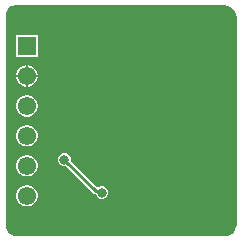
<source format=gbr>
%FSTAX23Y23*%
%MOIN*%
%SFA1B1*%

%IPPOS*%
%ADD14C,0.010000*%
%ADD16R,0.061024X0.061024*%
%ADD17C,0.061024*%
%ADD18C,0.023622*%
%ADD19C,0.031496*%
%LNpcb1_copper_signal_bot-1*%
%LPD*%
G36*
X00355Y00384D02*
X00363Y0038D01*
X0037Y00376*
X00376Y0037*
X0038Y00363*
X00384Y00355*
X00385Y00347*
Y00343*
Y-00343*
Y-00347*
X00384Y-00355*
X0038Y-00363*
X00376Y-0037*
X0037Y-00376*
X00363Y-0038*
X00355Y-00384*
X00347Y-00385*
X-00347*
X-00355Y-00384*
X-00363Y-0038*
X-0037Y-00376*
X-00376Y-0037*
X-0038Y-00363*
X-00384Y-00355*
X-00385Y-00347*
Y-00343*
Y00351*
Y00354*
X-00384Y00361*
X-00381Y00367*
X-00378Y00373*
X-00373Y00378*
X-00367Y00381*
X-00361Y00384*
X-00354Y00385*
X00347*
X00355Y00384*
G37*
%LNpcb1_copper_signal_bot-2*%
%LPC*%
G36*
X-00279Y00285D02*
X-0035D01*
Y00214*
X-00279*
Y00285*
G37*
G36*
X-0031Y00185D02*
X-00312D01*
Y00152*
X-00279*
Y00154*
X-00281Y00163*
X-00286Y00171*
X-00293Y00178*
X-00301Y00183*
X-0031Y00185*
G37*
G36*
X-00317D02*
X-00319D01*
X-00328Y00183*
X-00336Y00178*
X-00343Y00171*
X-00348Y00163*
X-0035Y00154*
Y00152*
X-00317*
Y00185*
G37*
G36*
X-00279Y00147D02*
X-00312D01*
Y00114*
X-0031*
X-00301Y00116*
X-00293Y00121*
X-00286Y00128*
X-00281Y00136*
X-00279Y00145*
Y00147*
G37*
G36*
X-00317D02*
X-0035D01*
Y00145*
X-00348Y00136*
X-00343Y00128*
X-00336Y00121*
X-00328Y00116*
X-00319Y00114*
X-00317*
Y00147*
G37*
G36*
X-0031Y00085D02*
X-00319D01*
X-00328Y00083*
X-00336Y00078*
X-00343Y00071*
X-00348Y00063*
X-0035Y00054*
Y00045*
X-00348Y00036*
X-00343Y00028*
X-00336Y00021*
X-00328Y00016*
X-00319Y00014*
X-0031*
X-00301Y00016*
X-00293Y00021*
X-00286Y00028*
X-00281Y00036*
X-00279Y00045*
Y00054*
X-00281Y00063*
X-00286Y00071*
X-00293Y00078*
X-00301Y00083*
X-0031Y00085*
G37*
G36*
Y-00014D02*
X-00319D01*
X-00328Y-00016*
X-00336Y-00021*
X-00343Y-00028*
X-00348Y-00036*
X-0035Y-00045*
Y-00054*
X-00348Y-00063*
X-00343Y-00071*
X-00336Y-00078*
X-00328Y-00083*
X-00319Y-00085*
X-0031*
X-00301Y-00083*
X-00293Y-00078*
X-00286Y-00071*
X-00281Y-00063*
X-00279Y-00054*
Y-00045*
X-00281Y-00036*
X-00286Y-00028*
X-00293Y-00021*
X-00301Y-00016*
X-0031Y-00014*
G37*
G36*
Y-00114D02*
X-00319D01*
X-00328Y-00116*
X-00336Y-00121*
X-00343Y-00128*
X-00348Y-00136*
X-0035Y-00145*
Y-00154*
X-00348Y-00163*
X-00343Y-00171*
X-00336Y-00178*
X-00328Y-00183*
X-00319Y-00185*
X-0031*
X-00301Y-00183*
X-00293Y-00178*
X-00286Y-00171*
X-00281Y-00163*
X-00279Y-00154*
Y-00145*
X-00281Y-00136*
X-00286Y-00128*
X-00293Y-00121*
X-00301Y-00116*
X-0031Y-00114*
G37*
G36*
X-00185Y-00109D02*
X-00194D01*
X-00201Y-00112*
X-00207Y-00118*
X-0021Y-00125*
Y-00134*
X-00207Y-00141*
X-00201Y-00147*
X-00194Y-0015*
X-00185*
X-00184Y-0015*
X-00091Y-00243*
X-00088Y-00245*
X-00085Y-00245*
X-00082Y-00251*
X-00076Y-00257*
X-00069Y-0026*
X-0006*
X-00053Y-00257*
X-00047Y-00251*
X-00044Y-00244*
Y-00235*
X-00047Y-00228*
X-00053Y-00222*
X-0006Y-00219*
X-00069*
X-00076Y-00222*
X-00079Y-00225*
X-00169Y-00135*
X-00169Y-00134*
Y-00125*
X-00172Y-00118*
X-00178Y-00112*
X-00185Y-00109*
G37*
G36*
X-0031Y-00214D02*
X-00319D01*
X-00328Y-00216*
X-00336Y-00221*
X-00343Y-00228*
X-00348Y-00236*
X-0035Y-00245*
Y-00254*
X-00348Y-00263*
X-00343Y-00271*
X-00336Y-00278*
X-00328Y-00283*
X-00319Y-00285*
X-0031*
X-00301Y-00283*
X-00293Y-00278*
X-00286Y-00271*
X-00281Y-00263*
X-00279Y-00254*
Y-00245*
X-00281Y-00236*
X-00286Y-00228*
X-00293Y-00221*
X-00301Y-00216*
X-0031Y-00214*
G37*
%LNpcb1_copper_signal_bot-3*%
%LPD*%
G54D14*
X-0019Y-0013D02*
X-00084Y-00235D01*
X-0007Y-0024D02*
X-00065D01*
X-00069Y-00235D02*
X-00065Y-0024D01*
X-00084Y-00235D02*
X-00069D01*
G54D16*
X-00315Y0025D03*
G54D17*
X-00315Y0015D03*
Y0005D03*
Y-0005D03*
Y-0015D03*
Y-0025D03*
G54D18*
X-00207Y00023D03*
X-00204Y-00319D03*
X-00236Y003D03*
X-00244Y-00109D03*
X-00129Y-00134D03*
X00146Y-00055D03*
X00303Y00259D03*
X00264Y0018D03*
X00303Y00102D03*
X00264Y00023D03*
X00303Y-00055D03*
X00264Y-00134D03*
X00225Y00259D03*
X00185Y0018D03*
X00225Y00102D03*
Y-00055D03*
X00185Y-00134D03*
X00146Y00259D03*
X00106Y0018D03*
X00146Y00102D03*
X00067Y00259D03*
X00028Y0018D03*
X-00011Y00259D03*
X-0005Y0018D03*
X-00089Y00259D03*
X-00129Y0018D03*
Y-00291D03*
X-00168Y00259D03*
X-00207Y0018D03*
X-00247Y00102D03*
G54D19*
X-00065Y-0024D03*
X-0019Y-0013D03*
M02*
</source>
